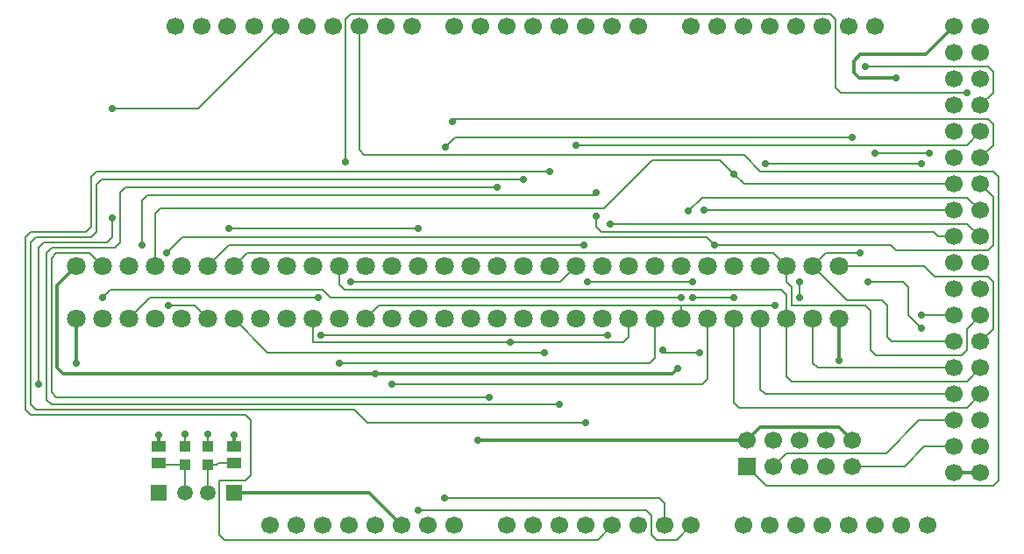
<source format=gtl>
G04 DipTrace 3.2.0.1*
G04 top.gtl*
%MOIN*%
G04 #@! TF.FileFunction,Copper,L1,Top*
G04 #@! TF.Part,Single*
G04 #@! TA.AperFunction,Conductor*
%ADD13C,0.011811*%
%ADD14C,0.007874*%
%ADD15R,0.057087X0.03937*%
G04 #@! TA.AperFunction,ComponentPad*
%ADD16C,0.059055*%
%ADD17R,0.059055X0.059055*%
%ADD18C,0.070866*%
%ADD19R,0.066929X0.066929*%
%ADD20C,0.066929*%
%ADD21R,0.03937X0.043307*%
G04 #@! TA.AperFunction,ViaPad*
%ADD22C,0.027559*%
%FSLAX26Y26*%
G04*
G70*
G90*
G75*
G01*
G04 Top*
%LPD*%
X2969789Y1092126D2*
D13*
X2949714Y1072051D1*
X1818702D1*
X3581202Y1281201D2*
Y1123228D1*
X1818702Y1072051D2*
X631993D1*
X608371Y1095673D1*
Y1408370D1*
X681202Y1481201D1*
X4018702Y2393701D2*
X3912453Y2287451D1*
X3662453D1*
X3637451Y2262450D1*
Y2218701D1*
X3658140Y2198012D1*
X3799781D1*
X3081202Y1281201D2*
D14*
Y1052370D1*
X3061517Y1032685D1*
X1881202D1*
X3338049Y1332386D2*
X2981202D1*
X1832387D1*
X1781202Y1281201D1*
X2981202D2*
Y1332386D1*
X2881202Y1281201D2*
Y1131106D1*
X2861517Y1111421D1*
X1681202D1*
X2781202Y1281201D2*
Y1210335D1*
X2761517Y1190650D1*
X2332387D1*
X1581202D1*
Y1281201D1*
X2700891Y1220177D2*
X1610734D1*
X3681600Y2242913D2*
X4148230D1*
X4167915Y2223228D1*
Y2142913D1*
X4118702Y2093701D1*
X3895867Y1244492D2*
X3844923Y1295437D1*
Y1401287D1*
X3825238Y1420972D1*
X3691442D1*
X2910734Y1162598D2*
X2920576Y1152756D1*
X3051675D1*
X2461521Y1152760D2*
X1409643D1*
X1281202Y1281201D1*
X1032387Y1332386D2*
X1130017D1*
X1181202Y1281201D1*
X2581202Y1481201D2*
X2520970Y1420969D1*
X1724356D1*
X4118702Y1993701D2*
X4067911Y1942909D1*
X2581202D1*
X2712702Y1642913D2*
X4069490D1*
X4118702Y1593701D1*
X2659946Y1672441D2*
Y1630811D1*
X2679631Y1611126D1*
X3941092D1*
X3958517Y1593701D1*
X4018702D1*
X932387Y1561913D2*
Y1733173D1*
X952072Y1752858D1*
X2650104D1*
X2659946Y1762701D1*
X3009450Y1692126D2*
X3060238Y1742913D1*
X4069490D1*
X4118702Y1693701D1*
X1602860Y1361913D2*
X961915D1*
X881202Y1281201D1*
X3069793Y1693701D2*
X4018702D1*
X781202Y1361913D2*
X810730Y1391441D1*
X1617623D1*
X1647151Y1361913D1*
X2981202D1*
X1024356Y1532386D2*
X1083411Y1591441D1*
X3079631D1*
X3109159Y1561913D1*
X3779285D1*
X3798285Y1542913D1*
X4148230D1*
X4167915Y1562598D1*
Y1744488D1*
X4118702Y1793701D1*
X4018702D2*
X3220572D1*
X3181202Y1833071D1*
X3129824Y1884449D1*
X2871954D1*
X2689474Y1701969D1*
X1000891D1*
X981202Y1682280D1*
Y1481201D1*
X4118702Y1893701D2*
X4167915Y1942913D1*
Y2023228D1*
X4148230Y2042913D1*
X2113005D1*
Y2031496D1*
X3925395Y1911811D2*
X3718702D1*
X2618702Y883866D2*
X1787356D1*
X1737088Y934134D1*
X527663D1*
X507978Y953819D1*
Y1571756D1*
X527663Y1591441D1*
X739450D1*
X759135Y1611126D1*
Y1792228D1*
X778820Y1811913D1*
X2381206D1*
X1981202Y552756D2*
X2848230D1*
X2867915Y533071D1*
Y459134D1*
X2887600Y439449D1*
X2964450D1*
X3018702Y493701D1*
X3181202Y1281201D2*
Y962598D1*
X3200887Y942913D1*
X4067915D1*
X4118702Y993701D1*
X3024356Y1361913D2*
X3181202D1*
X2624356Y1420969D2*
X3024356D1*
X3281202Y1281201D2*
Y1013386D1*
X3300887Y993701D1*
X4018702D1*
X3632387Y1972441D2*
X2122261D1*
X2083482Y1933661D1*
X3430419Y1361913D2*
Y1420969D1*
X4118702Y1093701D2*
X4067915Y1042913D1*
X3400887D1*
X3381202Y1062598D1*
Y1281201D1*
Y1371756D1*
X3361517Y1391441D1*
X1700891D1*
X1681202Y1411130D1*
Y1481201D1*
X4018702Y1093701D2*
X3500891D1*
X3481202Y1113390D1*
Y1281201D1*
X4067915Y2142913D2*
X3587600D1*
X3567915Y2162598D1*
Y2423228D1*
X3548230Y2442913D1*
X1725600D1*
X1705915Y2423228D1*
Y1879134D1*
X3581202Y1481201D2*
X3906249D1*
X3944537Y1442913D1*
X4148230D1*
X4167915Y1423228D1*
Y1242913D1*
X4118702Y1193701D1*
X3661915Y1532386D2*
X3532387D1*
X3481202Y1481201D1*
X3610332Y1352071D1*
X3743745D1*
X3763433Y1332383D1*
Y1213387D1*
X3783119Y1193701D1*
X4018702D1*
X1281202Y1481201D2*
X1332387Y1532386D1*
X3330017D1*
X3381202Y1481201D1*
Y1420972D1*
X3400891Y1401283D1*
Y1332386D1*
X3683049D1*
X3702734Y1312701D1*
Y1162598D1*
X3722419Y1142913D1*
X4048230D1*
X4067915Y1162598D1*
Y1242913D1*
X4118702Y1293701D1*
X3895867D2*
X4018702D1*
X3300891Y1872441D2*
X3895867D1*
X2610734Y1561913D2*
X1261915D1*
X1181202Y1481201D1*
X1281202Y618701D2*
D13*
X1793702D1*
X1918702Y493701D1*
X3631202Y818701D2*
X3580017Y869886D1*
X3282387D1*
X3231202Y818701D1*
X4018702Y693701D2*
X4118702D1*
X681202Y1281201D2*
Y1112126D1*
X993702Y839472D2*
Y794193D1*
X1281202Y839472D2*
Y794193D1*
X3231202Y818701D2*
X2209045D1*
Y818705D1*
X1181202Y618701D2*
D14*
Y726772D1*
X1216636D1*
X1221066Y731201D1*
X1281202D1*
X2251675Y983346D2*
X606403D1*
X586718Y1003031D1*
Y1512701D1*
X606403Y1532386D1*
X730017D1*
X781202Y1481201D1*
X2481202Y1841441D2*
X759135D1*
X739450Y1821756D1*
Y1630811D1*
X719765Y1611126D1*
X507978D1*
X488293Y1591441D1*
Y934134D1*
X507978Y914449D1*
X1325493D1*
X1345178Y894764D1*
Y683661D1*
X1325493Y663976D1*
X1226478D1*
Y459134D1*
X1246163Y439449D1*
X2664450D1*
X2718702Y493701D1*
X2518702Y953819D2*
X586718D1*
X567033Y973504D1*
Y1532386D1*
X586718Y1552071D1*
X827958D1*
X847643Y1571756D1*
Y1762701D1*
X867328Y1782386D1*
X2281206D1*
X1093702Y618701D2*
Y726772D1*
X1001423D1*
X993702Y731201D1*
X3231202Y718701D2*
X3305415Y644488D1*
X4167915D1*
X4187600Y664173D1*
Y1823228D1*
X4167915Y1842913D1*
X3282289D1*
X3221068Y1904134D1*
X1776387D1*
X1756702Y1923819D1*
Y2393701D1*
X3631202Y718701D2*
X3830898D1*
X3905898Y793701D1*
X4018702D1*
X3331202Y718701D2*
X3380419Y767917D1*
X3760446D1*
X3886230Y893701D1*
X4018702D1*
X2081202Y597051D2*
X2899017D1*
X2918702Y577366D1*
Y493701D1*
X1260930Y1624906D2*
X1981206D1*
X1181202Y840945D2*
Y793701D1*
X1093702Y840945D2*
Y793701D1*
X818115Y1664276D2*
Y1591441D1*
X798430Y1571756D1*
X557190D1*
X537505Y1552071D1*
Y1033382D1*
X818115Y2083402D2*
X1146403D1*
X1456702Y2393701D1*
D22*
X3799781Y2198012D3*
X1818702Y1072051D3*
X2969789Y1092126D3*
X3581202Y1123228D3*
X1881202Y1032685D3*
X3338049Y1332386D3*
X1681202Y1111421D3*
X2332387Y1190650D3*
X1610734Y1220177D3*
X2700891D3*
X3681600Y2242913D3*
X3691442Y1420972D3*
X3895867Y1244492D3*
X3051675Y1152756D3*
X2910734Y1162598D3*
X2461521Y1152760D3*
X1032387Y1332386D3*
X1724356Y1420969D3*
X2581202Y1942909D3*
X2712702Y1642913D3*
X2659946Y1672441D3*
Y1762701D3*
X932387Y1561913D3*
X3009450Y1692126D3*
X1602860Y1361913D3*
X3069793Y1693701D3*
X2981202Y1361913D3*
X781202D3*
X1024356Y1532386D3*
X3109159Y1561913D3*
X3181202Y1833071D3*
X2113005Y2031496D3*
X3718702Y1911811D3*
X3925395D3*
X2381206Y1811913D3*
X2618702Y883866D3*
X1981202Y552756D3*
X3181202Y1361913D3*
X3024356D3*
Y1420969D3*
X2624356D3*
X2083482Y1933661D3*
X3632387Y1972441D3*
X3430419Y1420969D3*
Y1361913D3*
X1705915Y1879134D3*
X4067915Y2142913D3*
X3661915Y1532386D3*
X3895867Y1293701D3*
Y1872441D3*
X2610734Y1561913D3*
X3300891Y1872441D3*
X2209045Y818705D3*
X681202Y1112126D3*
X993702Y839472D3*
X1281202D3*
X2251675Y983346D3*
X2481202Y1841441D3*
X2281206Y1782386D3*
X2518702Y953819D3*
X2081202Y597051D3*
X1981206Y1624906D3*
X1260930D3*
X1181202Y840945D3*
X1093702D3*
X537505Y1033382D3*
X818115Y1664276D3*
Y2083402D3*
D15*
X1281202Y731201D3*
Y794193D3*
X993702Y731201D3*
Y794193D3*
D16*
X1093702Y618701D3*
D17*
X993702D3*
D16*
X1181202D3*
D17*
X1281202D3*
D18*
X3581202Y1481201D3*
Y1281201D3*
X3481202Y1481201D3*
Y1281201D3*
X3081202Y1481201D3*
Y1281201D3*
X2981202Y1481201D3*
Y1281201D3*
X2881202Y1481201D3*
Y1281201D3*
X2581202D3*
Y1481201D3*
X2481202D3*
Y1281201D3*
X2081202D3*
X1981202D3*
X1881202D3*
X1781202D3*
X1681202D3*
X681202D3*
X781202D3*
X881202D3*
X981202D3*
X1081202D3*
X1181202D3*
X1281202D3*
X1381202D3*
X1481202D3*
X1581202D3*
X2081202Y1481201D3*
X1981202D3*
X1881202D3*
X1781202D3*
X1681202D3*
X1581202D3*
X1481202D3*
X1381202D3*
X1281202D3*
X1181202D3*
X1081202D3*
X981202D3*
X881202D3*
X781202D3*
X681202D3*
X2181202Y1281201D3*
Y1481201D3*
X2281202D3*
Y1281201D3*
X2381202Y1481201D3*
Y1281201D3*
X2681202D3*
Y1481201D3*
X2781202D3*
Y1281201D3*
X3181202D3*
Y1481201D3*
X3281202Y1281201D3*
Y1481201D3*
X3381202Y1281201D3*
Y1481201D3*
D19*
X3231202Y718701D3*
D20*
Y818701D3*
X3331202Y718701D3*
Y818701D3*
X3431202Y718701D3*
Y818701D3*
X3531202Y718701D3*
Y818701D3*
X3631202Y718701D3*
Y818701D3*
D21*
X1181202Y793701D3*
Y726772D3*
X1093702Y793701D3*
Y726772D3*
D20*
X4118702Y693701D3*
Y793701D3*
Y893701D3*
Y993701D3*
Y1093701D3*
Y1193701D3*
Y1293701D3*
Y1393701D3*
Y1493701D3*
Y1593701D3*
Y1693701D3*
Y1793701D3*
Y1893701D3*
Y1993701D3*
Y2093701D3*
Y2193701D3*
Y2293701D3*
X4018702Y2393701D3*
Y693701D3*
Y793701D3*
Y893701D3*
Y993701D3*
Y1093701D3*
Y1193701D3*
Y1293701D3*
Y1393701D3*
Y1493701D3*
Y1593701D3*
Y1693701D3*
Y1793701D3*
Y1893701D3*
Y1993701D3*
Y2093701D3*
Y2193701D3*
Y2293701D3*
X4118702Y2393701D3*
X1918702Y493701D3*
X1718702D3*
X1618702D3*
X1518702D3*
X1418702D3*
X2818702D3*
X2718702D3*
X2618702D3*
X2518702D3*
X2418702D3*
X2318702D3*
X1956702Y2393701D3*
X1856702D3*
X1756702D3*
X1656702D3*
X1556702D3*
X1456702D3*
X1356702D3*
X1255702D3*
X1156702D3*
X1056702D3*
X2818702D3*
X2718702D3*
X2618702D3*
X2518702D3*
X2418702D3*
X2318702D3*
X2218702D3*
X2118702D3*
X3018702D3*
X3118702D3*
X3218702D3*
X3318702D3*
X3418702D3*
X3518702D3*
X3618702D3*
X3718702D3*
X2918702Y493701D3*
X3018702D3*
X3218702D3*
X3318702D3*
X3418702D3*
X3518702D3*
X3618702D3*
X3718702D3*
X3818702D3*
X3918702D3*
X1818702D3*
X2118702D3*
X2018702D3*
M02*

</source>
